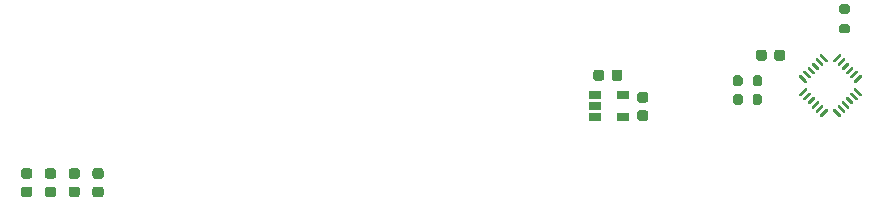
<source format=gbr>
%TF.GenerationSoftware,KiCad,Pcbnew,(5.1.8)-1*%
%TF.CreationDate,2022-07-09T18:06:19+10:00*%
%TF.ProjectId,ergonomic_split_right,6572676f-6e6f-46d6-9963-5f73706c6974,rev?*%
%TF.SameCoordinates,Original*%
%TF.FileFunction,Paste,Top*%
%TF.FilePolarity,Positive*%
%FSLAX46Y46*%
G04 Gerber Fmt 4.6, Leading zero omitted, Abs format (unit mm)*
G04 Created by KiCad (PCBNEW (5.1.8)-1) date 2022-07-09 18:06:19*
%MOMM*%
%LPD*%
G01*
G04 APERTURE LIST*
%ADD10R,1.000000X0.700000*%
G04 APERTURE END LIST*
%TO.C,C8*%
G36*
G01*
X162970400Y-59115840D02*
X163470400Y-59115840D01*
G75*
G02*
X163695400Y-59340840I0J-225000D01*
G01*
X163695400Y-59790840D01*
G75*
G02*
X163470400Y-60015840I-225000J0D01*
G01*
X162970400Y-60015840D01*
G75*
G02*
X162745400Y-59790840I0J225000D01*
G01*
X162745400Y-59340840D01*
G75*
G02*
X162970400Y-59115840I225000J0D01*
G01*
G37*
G36*
G01*
X162970400Y-57565840D02*
X163470400Y-57565840D01*
G75*
G02*
X163695400Y-57790840I0J-225000D01*
G01*
X163695400Y-58240840D01*
G75*
G02*
X163470400Y-58465840I-225000J0D01*
G01*
X162970400Y-58465840D01*
G75*
G02*
X162745400Y-58240840I0J225000D01*
G01*
X162745400Y-57790840D01*
G75*
G02*
X162970400Y-57565840I225000J0D01*
G01*
G37*
%TD*%
%TO.C,C3*%
G36*
G01*
X160955332Y-59115840D02*
X161455332Y-59115840D01*
G75*
G02*
X161680332Y-59340840I0J-225000D01*
G01*
X161680332Y-59790840D01*
G75*
G02*
X161455332Y-60015840I-225000J0D01*
G01*
X160955332Y-60015840D01*
G75*
G02*
X160730332Y-59790840I0J225000D01*
G01*
X160730332Y-59340840D01*
G75*
G02*
X160955332Y-59115840I225000J0D01*
G01*
G37*
G36*
G01*
X160955332Y-57565840D02*
X161455332Y-57565840D01*
G75*
G02*
X161680332Y-57790840I0J-225000D01*
G01*
X161680332Y-58240840D01*
G75*
G02*
X161455332Y-58465840I-225000J0D01*
G01*
X160955332Y-58465840D01*
G75*
G02*
X160730332Y-58240840I0J225000D01*
G01*
X160730332Y-57790840D01*
G75*
G02*
X160955332Y-57565840I225000J0D01*
G01*
G37*
%TD*%
%TO.C,C2*%
G36*
G01*
X158940266Y-59115840D02*
X159440266Y-59115840D01*
G75*
G02*
X159665266Y-59340840I0J-225000D01*
G01*
X159665266Y-59790840D01*
G75*
G02*
X159440266Y-60015840I-225000J0D01*
G01*
X158940266Y-60015840D01*
G75*
G02*
X158715266Y-59790840I0J225000D01*
G01*
X158715266Y-59340840D01*
G75*
G02*
X158940266Y-59115840I225000J0D01*
G01*
G37*
G36*
G01*
X158940266Y-57565840D02*
X159440266Y-57565840D01*
G75*
G02*
X159665266Y-57790840I0J-225000D01*
G01*
X159665266Y-58240840D01*
G75*
G02*
X159440266Y-58465840I-225000J0D01*
G01*
X158940266Y-58465840D01*
G75*
G02*
X158715266Y-58240840I0J225000D01*
G01*
X158715266Y-57790840D01*
G75*
G02*
X158940266Y-57565840I225000J0D01*
G01*
G37*
%TD*%
%TO.C,C1*%
G36*
G01*
X156925200Y-59115840D02*
X157425200Y-59115840D01*
G75*
G02*
X157650200Y-59340840I0J-225000D01*
G01*
X157650200Y-59790840D01*
G75*
G02*
X157425200Y-60015840I-225000J0D01*
G01*
X156925200Y-60015840D01*
G75*
G02*
X156700200Y-59790840I0J225000D01*
G01*
X156700200Y-59340840D01*
G75*
G02*
X156925200Y-59115840I225000J0D01*
G01*
G37*
G36*
G01*
X156925200Y-57565840D02*
X157425200Y-57565840D01*
G75*
G02*
X157650200Y-57790840I0J-225000D01*
G01*
X157650200Y-58240840D01*
G75*
G02*
X157425200Y-58465840I-225000J0D01*
G01*
X156925200Y-58465840D01*
G75*
G02*
X156700200Y-58240840I0J225000D01*
G01*
X156700200Y-57790840D01*
G75*
G02*
X156925200Y-57565840I225000J0D01*
G01*
G37*
%TD*%
%TO.C,C5*%
G36*
G01*
X205160160Y-49947640D02*
X205160160Y-49447640D01*
G75*
G02*
X205385160Y-49222640I225000J0D01*
G01*
X205835160Y-49222640D01*
G75*
G02*
X206060160Y-49447640I0J-225000D01*
G01*
X206060160Y-49947640D01*
G75*
G02*
X205835160Y-50172640I-225000J0D01*
G01*
X205385160Y-50172640D01*
G75*
G02*
X205160160Y-49947640I0J225000D01*
G01*
G37*
G36*
G01*
X206710160Y-49947640D02*
X206710160Y-49447640D01*
G75*
G02*
X206935160Y-49222640I225000J0D01*
G01*
X207385160Y-49222640D01*
G75*
G02*
X207610160Y-49447640I0J-225000D01*
G01*
X207610160Y-49947640D01*
G75*
G02*
X207385160Y-50172640I-225000J0D01*
G01*
X206935160Y-50172640D01*
G75*
G02*
X206710160Y-49947640I0J225000D01*
G01*
G37*
%TD*%
%TO.C,C7*%
G36*
G01*
X219834280Y-47756000D02*
X219834280Y-48256000D01*
G75*
G02*
X219609280Y-48481000I-225000J0D01*
G01*
X219159280Y-48481000D01*
G75*
G02*
X218934280Y-48256000I0J225000D01*
G01*
X218934280Y-47756000D01*
G75*
G02*
X219159280Y-47531000I225000J0D01*
G01*
X219609280Y-47531000D01*
G75*
G02*
X219834280Y-47756000I0J-225000D01*
G01*
G37*
G36*
G01*
X221384280Y-47756000D02*
X221384280Y-48256000D01*
G75*
G02*
X221159280Y-48481000I-225000J0D01*
G01*
X220709280Y-48481000D01*
G75*
G02*
X220484280Y-48256000I0J225000D01*
G01*
X220484280Y-47756000D01*
G75*
G02*
X220709280Y-47531000I225000J0D01*
G01*
X221159280Y-47531000D01*
G75*
G02*
X221384280Y-47756000I0J-225000D01*
G01*
G37*
%TD*%
%TO.C,C120*%
G36*
G01*
X209081560Y-52664240D02*
X209581560Y-52664240D01*
G75*
G02*
X209806560Y-52889240I0J-225000D01*
G01*
X209806560Y-53339240D01*
G75*
G02*
X209581560Y-53564240I-225000J0D01*
G01*
X209081560Y-53564240D01*
G75*
G02*
X208856560Y-53339240I0J225000D01*
G01*
X208856560Y-52889240D01*
G75*
G02*
X209081560Y-52664240I225000J0D01*
G01*
G37*
G36*
G01*
X209081560Y-51114240D02*
X209581560Y-51114240D01*
G75*
G02*
X209806560Y-51339240I0J-225000D01*
G01*
X209806560Y-51789240D01*
G75*
G02*
X209581560Y-52014240I-225000J0D01*
G01*
X209081560Y-52014240D01*
G75*
G02*
X208856560Y-51789240I0J225000D01*
G01*
X208856560Y-51339240D01*
G75*
G02*
X209081560Y-51114240I225000J0D01*
G01*
G37*
%TD*%
%TO.C,R11*%
G36*
G01*
X226690600Y-46145400D02*
X226140600Y-46145400D01*
G75*
G02*
X225940600Y-45945400I0J200000D01*
G01*
X225940600Y-45545400D01*
G75*
G02*
X226140600Y-45345400I200000J0D01*
G01*
X226690600Y-45345400D01*
G75*
G02*
X226890600Y-45545400I0J-200000D01*
G01*
X226890600Y-45945400D01*
G75*
G02*
X226690600Y-46145400I-200000J0D01*
G01*
G37*
G36*
G01*
X226690600Y-44495400D02*
X226140600Y-44495400D01*
G75*
G02*
X225940600Y-44295400I0J200000D01*
G01*
X225940600Y-43895400D01*
G75*
G02*
X226140600Y-43695400I200000J0D01*
G01*
X226690600Y-43695400D01*
G75*
G02*
X226890600Y-43895400I0J-200000D01*
G01*
X226890600Y-44295400D01*
G75*
G02*
X226690600Y-44495400I-200000J0D01*
G01*
G37*
%TD*%
%TO.C,R12*%
G36*
G01*
X219436400Y-49890000D02*
X219436400Y-50440000D01*
G75*
G02*
X219236400Y-50640000I-200000J0D01*
G01*
X218836400Y-50640000D01*
G75*
G02*
X218636400Y-50440000I0J200000D01*
G01*
X218636400Y-49890000D01*
G75*
G02*
X218836400Y-49690000I200000J0D01*
G01*
X219236400Y-49690000D01*
G75*
G02*
X219436400Y-49890000I0J-200000D01*
G01*
G37*
G36*
G01*
X217786400Y-49890000D02*
X217786400Y-50440000D01*
G75*
G02*
X217586400Y-50640000I-200000J0D01*
G01*
X217186400Y-50640000D01*
G75*
G02*
X216986400Y-50440000I0J200000D01*
G01*
X216986400Y-49890000D01*
G75*
G02*
X217186400Y-49690000I200000J0D01*
G01*
X217586400Y-49690000D01*
G75*
G02*
X217786400Y-49890000I0J-200000D01*
G01*
G37*
%TD*%
%TO.C,R13*%
G36*
G01*
X217786701Y-51484331D02*
X217786701Y-52034331D01*
G75*
G02*
X217586701Y-52234331I-200000J0D01*
G01*
X217186701Y-52234331D01*
G75*
G02*
X216986701Y-52034331I0J200000D01*
G01*
X216986701Y-51484331D01*
G75*
G02*
X217186701Y-51284331I200000J0D01*
G01*
X217586701Y-51284331D01*
G75*
G02*
X217786701Y-51484331I0J-200000D01*
G01*
G37*
G36*
G01*
X219436701Y-51484331D02*
X219436701Y-52034331D01*
G75*
G02*
X219236701Y-52234331I-200000J0D01*
G01*
X218836701Y-52234331D01*
G75*
G02*
X218636701Y-52034331I0J200000D01*
G01*
X218636701Y-51484331D01*
G75*
G02*
X218836701Y-51284331I200000J0D01*
G01*
X219236701Y-51284331D01*
G75*
G02*
X219436701Y-51484331I0J-200000D01*
G01*
G37*
%TD*%
%TO.C,U2*%
G36*
G01*
X223222177Y-50982731D02*
X222755487Y-51449421D01*
G75*
G02*
X222585781Y-51449421I-84853J84853D01*
G01*
X222585781Y-51449421D01*
G75*
G02*
X222585781Y-51279715I84853J84853D01*
G01*
X223052471Y-50813025D01*
G75*
G02*
X223222177Y-50813025I84853J-84853D01*
G01*
X223222177Y-50813025D01*
G75*
G02*
X223222177Y-50982731I-84853J-84853D01*
G01*
G37*
G36*
G01*
X223575730Y-51336285D02*
X223109040Y-51802975D01*
G75*
G02*
X222939334Y-51802975I-84853J84853D01*
G01*
X222939334Y-51802975D01*
G75*
G02*
X222939334Y-51633269I84853J84853D01*
G01*
X223406024Y-51166579D01*
G75*
G02*
X223575730Y-51166579I84853J-84853D01*
G01*
X223575730Y-51166579D01*
G75*
G02*
X223575730Y-51336285I-84853J-84853D01*
G01*
G37*
G36*
G01*
X223929283Y-51689838D02*
X223462593Y-52156528D01*
G75*
G02*
X223292887Y-52156528I-84853J84853D01*
G01*
X223292887Y-52156528D01*
G75*
G02*
X223292887Y-51986822I84853J84853D01*
G01*
X223759577Y-51520132D01*
G75*
G02*
X223929283Y-51520132I84853J-84853D01*
G01*
X223929283Y-51520132D01*
G75*
G02*
X223929283Y-51689838I-84853J-84853D01*
G01*
G37*
G36*
G01*
X224282837Y-52043392D02*
X223816147Y-52510082D01*
G75*
G02*
X223646441Y-52510082I-84853J84853D01*
G01*
X223646441Y-52510082D01*
G75*
G02*
X223646441Y-52340376I84853J84853D01*
G01*
X224113131Y-51873686D01*
G75*
G02*
X224282837Y-51873686I84853J-84853D01*
G01*
X224282837Y-51873686D01*
G75*
G02*
X224282837Y-52043392I-84853J-84853D01*
G01*
G37*
G36*
G01*
X224636390Y-52396945D02*
X224169700Y-52863635D01*
G75*
G02*
X223999994Y-52863635I-84853J84853D01*
G01*
X223999994Y-52863635D01*
G75*
G02*
X223999994Y-52693929I84853J84853D01*
G01*
X224466684Y-52227239D01*
G75*
G02*
X224636390Y-52227239I84853J-84853D01*
G01*
X224636390Y-52227239D01*
G75*
G02*
X224636390Y-52396945I-84853J-84853D01*
G01*
G37*
G36*
G01*
X224989944Y-52750498D02*
X224523254Y-53217188D01*
G75*
G02*
X224353548Y-53217188I-84853J84853D01*
G01*
X224353548Y-53217188D01*
G75*
G02*
X224353548Y-53047482I84853J84853D01*
G01*
X224820238Y-52580792D01*
G75*
G02*
X224989944Y-52580792I84853J-84853D01*
G01*
X224989944Y-52580792D01*
G75*
G02*
X224989944Y-52750498I-84853J-84853D01*
G01*
G37*
G36*
G01*
X225951608Y-53217188D02*
X225484918Y-52750498D01*
G75*
G02*
X225484918Y-52580792I84853J84853D01*
G01*
X225484918Y-52580792D01*
G75*
G02*
X225654624Y-52580792I84853J-84853D01*
G01*
X226121314Y-53047482D01*
G75*
G02*
X226121314Y-53217188I-84853J-84853D01*
G01*
X226121314Y-53217188D01*
G75*
G02*
X225951608Y-53217188I-84853J84853D01*
G01*
G37*
G36*
G01*
X226305162Y-52863635D02*
X225838472Y-52396945D01*
G75*
G02*
X225838472Y-52227239I84853J84853D01*
G01*
X225838472Y-52227239D01*
G75*
G02*
X226008178Y-52227239I84853J-84853D01*
G01*
X226474868Y-52693929D01*
G75*
G02*
X226474868Y-52863635I-84853J-84853D01*
G01*
X226474868Y-52863635D01*
G75*
G02*
X226305162Y-52863635I-84853J84853D01*
G01*
G37*
G36*
G01*
X226658715Y-52510082D02*
X226192025Y-52043392D01*
G75*
G02*
X226192025Y-51873686I84853J84853D01*
G01*
X226192025Y-51873686D01*
G75*
G02*
X226361731Y-51873686I84853J-84853D01*
G01*
X226828421Y-52340376D01*
G75*
G02*
X226828421Y-52510082I-84853J-84853D01*
G01*
X226828421Y-52510082D01*
G75*
G02*
X226658715Y-52510082I-84853J84853D01*
G01*
G37*
G36*
G01*
X227012269Y-52156528D02*
X226545579Y-51689838D01*
G75*
G02*
X226545579Y-51520132I84853J84853D01*
G01*
X226545579Y-51520132D01*
G75*
G02*
X226715285Y-51520132I84853J-84853D01*
G01*
X227181975Y-51986822D01*
G75*
G02*
X227181975Y-52156528I-84853J-84853D01*
G01*
X227181975Y-52156528D01*
G75*
G02*
X227012269Y-52156528I-84853J84853D01*
G01*
G37*
G36*
G01*
X227365822Y-51802975D02*
X226899132Y-51336285D01*
G75*
G02*
X226899132Y-51166579I84853J84853D01*
G01*
X226899132Y-51166579D01*
G75*
G02*
X227068838Y-51166579I84853J-84853D01*
G01*
X227535528Y-51633269D01*
G75*
G02*
X227535528Y-51802975I-84853J-84853D01*
G01*
X227535528Y-51802975D01*
G75*
G02*
X227365822Y-51802975I-84853J84853D01*
G01*
G37*
G36*
G01*
X227719375Y-51449421D02*
X227252685Y-50982731D01*
G75*
G02*
X227252685Y-50813025I84853J84853D01*
G01*
X227252685Y-50813025D01*
G75*
G02*
X227422391Y-50813025I84853J-84853D01*
G01*
X227889081Y-51279715D01*
G75*
G02*
X227889081Y-51449421I-84853J-84853D01*
G01*
X227889081Y-51449421D01*
G75*
G02*
X227719375Y-51449421I-84853J84853D01*
G01*
G37*
G36*
G01*
X227889081Y-49851361D02*
X227422391Y-50318051D01*
G75*
G02*
X227252685Y-50318051I-84853J84853D01*
G01*
X227252685Y-50318051D01*
G75*
G02*
X227252685Y-50148345I84853J84853D01*
G01*
X227719375Y-49681655D01*
G75*
G02*
X227889081Y-49681655I84853J-84853D01*
G01*
X227889081Y-49681655D01*
G75*
G02*
X227889081Y-49851361I-84853J-84853D01*
G01*
G37*
G36*
G01*
X227535528Y-49497807D02*
X227068838Y-49964497D01*
G75*
G02*
X226899132Y-49964497I-84853J84853D01*
G01*
X226899132Y-49964497D01*
G75*
G02*
X226899132Y-49794791I84853J84853D01*
G01*
X227365822Y-49328101D01*
G75*
G02*
X227535528Y-49328101I84853J-84853D01*
G01*
X227535528Y-49328101D01*
G75*
G02*
X227535528Y-49497807I-84853J-84853D01*
G01*
G37*
G36*
G01*
X227181975Y-49144254D02*
X226715285Y-49610944D01*
G75*
G02*
X226545579Y-49610944I-84853J84853D01*
G01*
X226545579Y-49610944D01*
G75*
G02*
X226545579Y-49441238I84853J84853D01*
G01*
X227012269Y-48974548D01*
G75*
G02*
X227181975Y-48974548I84853J-84853D01*
G01*
X227181975Y-48974548D01*
G75*
G02*
X227181975Y-49144254I-84853J-84853D01*
G01*
G37*
G36*
G01*
X226828421Y-48790700D02*
X226361731Y-49257390D01*
G75*
G02*
X226192025Y-49257390I-84853J84853D01*
G01*
X226192025Y-49257390D01*
G75*
G02*
X226192025Y-49087684I84853J84853D01*
G01*
X226658715Y-48620994D01*
G75*
G02*
X226828421Y-48620994I84853J-84853D01*
G01*
X226828421Y-48620994D01*
G75*
G02*
X226828421Y-48790700I-84853J-84853D01*
G01*
G37*
G36*
G01*
X226474868Y-48437147D02*
X226008178Y-48903837D01*
G75*
G02*
X225838472Y-48903837I-84853J84853D01*
G01*
X225838472Y-48903837D01*
G75*
G02*
X225838472Y-48734131I84853J84853D01*
G01*
X226305162Y-48267441D01*
G75*
G02*
X226474868Y-48267441I84853J-84853D01*
G01*
X226474868Y-48267441D01*
G75*
G02*
X226474868Y-48437147I-84853J-84853D01*
G01*
G37*
G36*
G01*
X226121314Y-48083594D02*
X225654624Y-48550284D01*
G75*
G02*
X225484918Y-48550284I-84853J84853D01*
G01*
X225484918Y-48550284D01*
G75*
G02*
X225484918Y-48380578I84853J84853D01*
G01*
X225951608Y-47913888D01*
G75*
G02*
X226121314Y-47913888I84853J-84853D01*
G01*
X226121314Y-47913888D01*
G75*
G02*
X226121314Y-48083594I-84853J-84853D01*
G01*
G37*
G36*
G01*
X224820238Y-48550284D02*
X224353548Y-48083594D01*
G75*
G02*
X224353548Y-47913888I84853J84853D01*
G01*
X224353548Y-47913888D01*
G75*
G02*
X224523254Y-47913888I84853J-84853D01*
G01*
X224989944Y-48380578D01*
G75*
G02*
X224989944Y-48550284I-84853J-84853D01*
G01*
X224989944Y-48550284D01*
G75*
G02*
X224820238Y-48550284I-84853J84853D01*
G01*
G37*
G36*
G01*
X224466684Y-48903837D02*
X223999994Y-48437147D01*
G75*
G02*
X223999994Y-48267441I84853J84853D01*
G01*
X223999994Y-48267441D01*
G75*
G02*
X224169700Y-48267441I84853J-84853D01*
G01*
X224636390Y-48734131D01*
G75*
G02*
X224636390Y-48903837I-84853J-84853D01*
G01*
X224636390Y-48903837D01*
G75*
G02*
X224466684Y-48903837I-84853J84853D01*
G01*
G37*
G36*
G01*
X224113131Y-49257390D02*
X223646441Y-48790700D01*
G75*
G02*
X223646441Y-48620994I84853J84853D01*
G01*
X223646441Y-48620994D01*
G75*
G02*
X223816147Y-48620994I84853J-84853D01*
G01*
X224282837Y-49087684D01*
G75*
G02*
X224282837Y-49257390I-84853J-84853D01*
G01*
X224282837Y-49257390D01*
G75*
G02*
X224113131Y-49257390I-84853J84853D01*
G01*
G37*
G36*
G01*
X223759577Y-49610944D02*
X223292887Y-49144254D01*
G75*
G02*
X223292887Y-48974548I84853J84853D01*
G01*
X223292887Y-48974548D01*
G75*
G02*
X223462593Y-48974548I84853J-84853D01*
G01*
X223929283Y-49441238D01*
G75*
G02*
X223929283Y-49610944I-84853J-84853D01*
G01*
X223929283Y-49610944D01*
G75*
G02*
X223759577Y-49610944I-84853J84853D01*
G01*
G37*
G36*
G01*
X223406024Y-49964497D02*
X222939334Y-49497807D01*
G75*
G02*
X222939334Y-49328101I84853J84853D01*
G01*
X222939334Y-49328101D01*
G75*
G02*
X223109040Y-49328101I84853J-84853D01*
G01*
X223575730Y-49794791D01*
G75*
G02*
X223575730Y-49964497I-84853J-84853D01*
G01*
X223575730Y-49964497D01*
G75*
G02*
X223406024Y-49964497I-84853J84853D01*
G01*
G37*
G36*
G01*
X223052471Y-50318051D02*
X222585781Y-49851361D01*
G75*
G02*
X222585781Y-49681655I84853J84853D01*
G01*
X222585781Y-49681655D01*
G75*
G02*
X222755487Y-49681655I84853J-84853D01*
G01*
X223222177Y-50148345D01*
G75*
G02*
X223222177Y-50318051I-84853J-84853D01*
G01*
X223222177Y-50318051D01*
G75*
G02*
X223052471Y-50318051I-84853J84853D01*
G01*
G37*
%TD*%
D10*
%TO.C,U9*%
X205267560Y-51348640D03*
X205267560Y-52298640D03*
X205267560Y-53248640D03*
X207667560Y-53248640D03*
X207667560Y-51348640D03*
%TD*%
M02*

</source>
